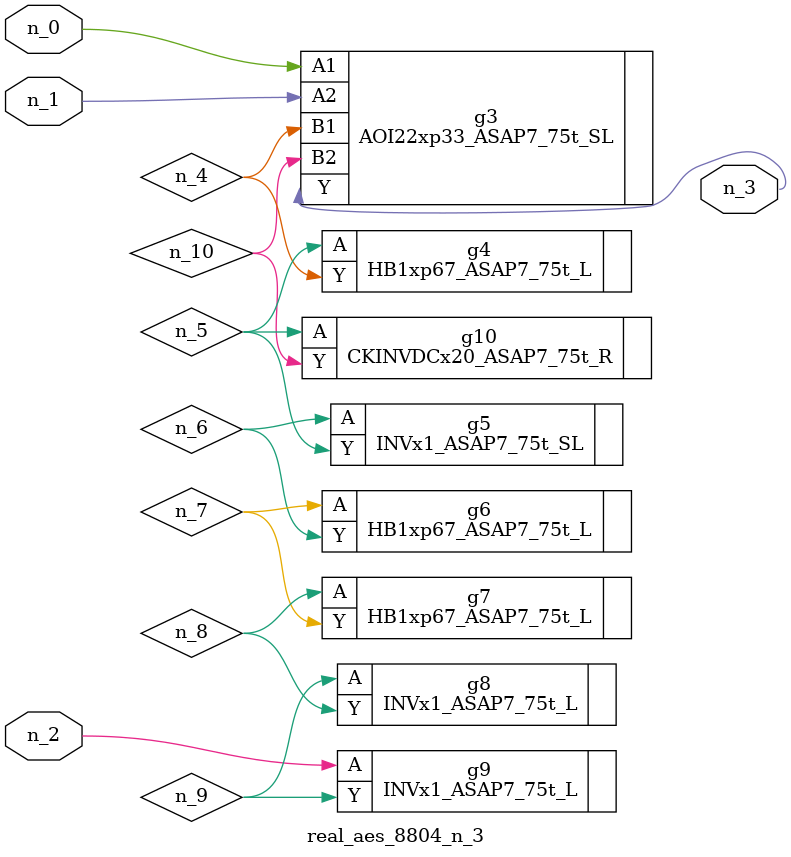
<source format=v>
module real_aes_8804_n_3 (n_0, n_2, n_1, n_3);
input n_0;
input n_2;
input n_1;
output n_3;
wire n_4;
wire n_5;
wire n_7;
wire n_8;
wire n_6;
wire n_9;
wire n_10;
AOI22xp33_ASAP7_75t_SL g3 ( .A1(n_0), .A2(n_1), .B1(n_4), .B2(n_10), .Y(n_3) );
INVx1_ASAP7_75t_L g9 ( .A(n_2), .Y(n_9) );
HB1xp67_ASAP7_75t_L g4 ( .A(n_5), .Y(n_4) );
CKINVDCx20_ASAP7_75t_R g10 ( .A(n_5), .Y(n_10) );
INVx1_ASAP7_75t_SL g5 ( .A(n_6), .Y(n_5) );
HB1xp67_ASAP7_75t_L g6 ( .A(n_7), .Y(n_6) );
HB1xp67_ASAP7_75t_L g7 ( .A(n_8), .Y(n_7) );
INVx1_ASAP7_75t_L g8 ( .A(n_9), .Y(n_8) );
endmodule
</source>
